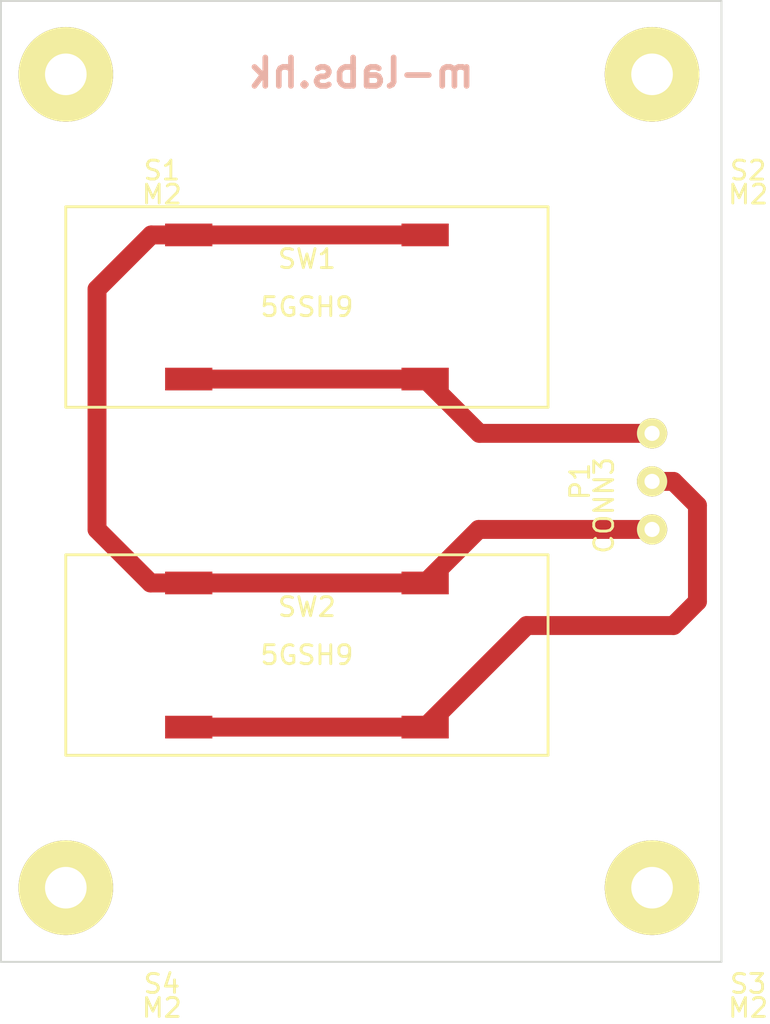
<source format=kicad_pcb>
(kicad_pcb (version 3) (host pcbnew "(2013-may-18)-stable")

  (general
    (links 8)
    (no_connects 0)
    (area 83.769999 83.769999 125.016111 138.125)
    (thickness 1.6)
    (drawings 5)
    (tracks 19)
    (zones 0)
    (modules 7)
    (nets 4)
  )

  (page A3)
  (layers
    (15 F.Cu signal)
    (0 B.Cu signal)
    (16 B.Adhes user)
    (17 F.Adhes user)
    (18 B.Paste user)
    (19 F.Paste user)
    (20 B.SilkS user)
    (21 F.SilkS user)
    (22 B.Mask user)
    (23 F.Mask user)
    (24 Dwgs.User user)
    (25 Cmts.User user)
    (26 Eco1.User user)
    (27 Eco2.User user)
    (28 Edge.Cuts user)
  )

  (setup
    (last_trace_width 1)
    (trace_clearance 0.5)
    (zone_clearance 0.508)
    (zone_45_only no)
    (trace_min 0.254)
    (segment_width 0.2)
    (edge_width 0.1)
    (via_size 0.889)
    (via_drill 0.635)
    (via_min_size 0.889)
    (via_min_drill 0.508)
    (uvia_size 0.508)
    (uvia_drill 0.127)
    (uvias_allowed no)
    (uvia_min_size 0.508)
    (uvia_min_drill 0.127)
    (pcb_text_width 0.3)
    (pcb_text_size 1.5 1.5)
    (mod_edge_width 0.15)
    (mod_text_size 1 1)
    (mod_text_width 0.15)
    (pad_size 5 5)
    (pad_drill 2.2)
    (pad_to_mask_clearance 0.2)
    (solder_mask_min_width 0.3)
    (aux_axis_origin 0 0)
    (visible_elements FFFFFFBF)
    (pcbplotparams
      (layerselection 5242880)
      (usegerberextensions true)
      (excludeedgelayer true)
      (linewidth 0.150000)
      (plotframeref false)
      (viasonmask false)
      (mode 1)
      (useauxorigin false)
      (hpglpennumber 1)
      (hpglpenspeed 20)
      (hpglpendiameter 15)
      (hpglpenoverlay 2)
      (psnegative false)
      (psa4output false)
      (plotreference false)
      (plotvalue false)
      (plotothertext true)
      (plotinvisibletext false)
      (padsonsilk false)
      (subtractmaskfromsilk false)
      (outputformat 1)
      (mirror false)
      (drillshape 0)
      (scaleselection 1)
      (outputdirectory /home/sb/M-Labs/mixxeo_mech/pcbs/btn2/gerber/))
  )

  (net 0 "")
  (net 1 N-000005)
  (net 2 N-000006)
  (net 3 N-000007)

  (net_class Default "This is the default net class."
    (clearance 0.5)
    (trace_width 1)
    (via_dia 0.889)
    (via_drill 0.635)
    (uvia_dia 0.508)
    (uvia_drill 0.127)
    (add_net "")
    (add_net N-000005)
    (add_net N-000006)
    (add_net N-000007)
  )

  (module CONN3 (layer F.Cu) (tedit 536022C0) (tstamp 53615ED0)
    (at 118.25 109.22 270)
    (path /5360221D)
    (fp_text reference P1 (at 0 3.81 270) (layer F.SilkS)
      (effects (font (size 1 1) (thickness 0.15)))
    )
    (fp_text value CONN3 (at 1.27 2.54 270) (layer F.SilkS)
      (effects (font (size 1 1) (thickness 0.15)))
    )
    (pad 1 thru_hole circle (at -2.54 0 270) (size 1.6 1.6) (drill 0.8)
      (layers *.Cu *.Mask F.SilkS)
      (net 1 N-000005)
    )
    (pad 2 thru_hole circle (at 0 0 270) (size 1.6 1.6) (drill 0.8)
      (layers *.Cu *.Mask F.SilkS)
      (net 2 N-000006)
    )
    (pad 3 thru_hole circle (at 2.54 0 270) (size 1.6 1.6) (drill 0.8)
      (layers *.Cu *.Mask F.SilkS)
      (net 3 N-000007)
    )
  )

  (module 5GSH9 (layer F.Cu) (tedit 535FE2C5) (tstamp 5360233B)
    (at 100 100)
    (path /53602159)
    (fp_text reference SW1 (at 0 -2.54) (layer F.SilkS)
      (effects (font (size 1 1) (thickness 0.15)))
    )
    (fp_text value 5GSH9 (at 0 0) (layer F.SilkS)
      (effects (font (size 1 1) (thickness 0.15)))
    )
    (fp_line (start -12.75 -5.3) (end 12.75 -5.3) (layer F.SilkS) (width 0.15))
    (fp_line (start 12.75 -5.3) (end 12.75 5.3) (layer F.SilkS) (width 0.15))
    (fp_line (start -12.75 5.3) (end 12.75 5.3) (layer F.SilkS) (width 0.15))
    (fp_line (start -12.75 -5.3) (end -12.75 5.3) (layer F.SilkS) (width 0.15))
    (pad 2 smd rect (at -6.25 -3.81) (size 2.5 1.2)
      (layers F.Cu F.Paste F.Mask)
      (net 3 N-000007)
    )
    (pad 1 smd rect (at 6.25 -3.81) (size 2.5 1.2)
      (layers F.Cu F.Paste F.Mask)
      (net 3 N-000007)
    )
    (pad 4 smd rect (at -6.25 3.81) (size 2.5 1.2)
      (layers F.Cu F.Paste F.Mask)
      (net 1 N-000005)
    )
    (pad 3 smd rect (at 6.25 3.81) (size 2.5 1.2)
      (layers F.Cu F.Paste F.Mask)
      (net 1 N-000005)
    )
  )

  (module 5GSH9 (layer F.Cu) (tedit 535FE2C5) (tstamp 53602347)
    (at 100 118.4)
    (path /53602168)
    (fp_text reference SW2 (at 0 -2.54) (layer F.SilkS)
      (effects (font (size 1 1) (thickness 0.15)))
    )
    (fp_text value 5GSH9 (at 0 0) (layer F.SilkS)
      (effects (font (size 1 1) (thickness 0.15)))
    )
    (fp_line (start -12.75 -5.3) (end 12.75 -5.3) (layer F.SilkS) (width 0.15))
    (fp_line (start 12.75 -5.3) (end 12.75 5.3) (layer F.SilkS) (width 0.15))
    (fp_line (start -12.75 5.3) (end 12.75 5.3) (layer F.SilkS) (width 0.15))
    (fp_line (start -12.75 -5.3) (end -12.75 5.3) (layer F.SilkS) (width 0.15))
    (pad 2 smd rect (at -6.25 -3.81) (size 2.5 1.2)
      (layers F.Cu F.Paste F.Mask)
      (net 3 N-000007)
    )
    (pad 1 smd rect (at 6.25 -3.81) (size 2.5 1.2)
      (layers F.Cu F.Paste F.Mask)
      (net 3 N-000007)
    )
    (pad 4 smd rect (at -6.25 3.81) (size 2.5 1.2)
      (layers F.Cu F.Paste F.Mask)
      (net 2 N-000006)
    )
    (pad 3 smd rect (at 6.25 3.81) (size 2.5 1.2)
      (layers F.Cu F.Paste F.Mask)
      (net 2 N-000006)
    )
  )

  (module M2 (layer F.Cu) (tedit 5361591D) (tstamp 53615972)
    (at 87.25 87.7)
    (path /53615857)
    (fp_text reference S1 (at 5.08 5.08) (layer F.SilkS)
      (effects (font (size 1 1) (thickness 0.15)))
    )
    (fp_text value M2 (at 5.08 6.35) (layer F.SilkS)
      (effects (font (size 1 1) (thickness 0.15)))
    )
    (pad P thru_hole circle (at 0 0) (size 5 5) (drill 2.2)
      (layers *.Cu *.Mask F.SilkS)
    )
  )

  (module M2 (layer F.Cu) (tedit 5361591D) (tstamp 53615977)
    (at 118.25 87.7)
    (path /53615866)
    (fp_text reference S2 (at 5.08 5.08) (layer F.SilkS)
      (effects (font (size 1 1) (thickness 0.15)))
    )
    (fp_text value M2 (at 5.08 6.35) (layer F.SilkS)
      (effects (font (size 1 1) (thickness 0.15)))
    )
    (pad P thru_hole circle (at 0 0) (size 5 5) (drill 2.2)
      (layers *.Cu *.Mask F.SilkS)
    )
  )

  (module M2 (layer F.Cu) (tedit 5361591D) (tstamp 53615BE1)
    (at 118.25 130.7)
    (path /53615875)
    (fp_text reference S3 (at 5.08 5.08) (layer F.SilkS)
      (effects (font (size 1 1) (thickness 0.15)))
    )
    (fp_text value M2 (at 5.08 6.35) (layer F.SilkS)
      (effects (font (size 1 1) (thickness 0.15)))
    )
    (pad P thru_hole circle (at 0 0) (size 5 5) (drill 2.2)
      (layers *.Cu *.Mask F.SilkS)
    )
  )

  (module M2 (layer F.Cu) (tedit 5361591D) (tstamp 53615981)
    (at 87.25 130.7)
    (path /53615884)
    (fp_text reference S4 (at 5.08 5.08) (layer F.SilkS)
      (effects (font (size 1 1) (thickness 0.15)))
    )
    (fp_text value M2 (at 5.08 6.35) (layer F.SilkS)
      (effects (font (size 1 1) (thickness 0.15)))
    )
    (pad P thru_hole circle (at 0 0) (size 5 5) (drill 2.2)
      (layers *.Cu *.Mask F.SilkS)
    )
  )

  (gr_text m-labs.hk (at 102.87 87.63) (layer B.SilkS)
    (effects (font (size 1.5 1.5) (thickness 0.3)) (justify mirror))
  )
  (gr_line (start 83.82 83.82) (end 121.92 83.82) (angle 90) (layer Edge.Cuts) (width 0.1))
  (gr_line (start 83.82 134.62) (end 83.82 83.82) (angle 90) (layer Edge.Cuts) (width 0.1))
  (gr_line (start 121.92 134.62) (end 83.82 134.62) (angle 90) (layer Edge.Cuts) (width 0.1))
  (gr_line (start 121.92 83.82) (end 121.92 134.62) (angle 90) (layer Edge.Cuts) (width 0.1))

  (segment (start 93.75 103.81) (end 106.25 103.81) (width 1) (layer F.Cu) (net 1))
  (segment (start 106.25 103.81) (end 109.12 106.68) (width 1) (layer F.Cu) (net 1) (tstamp 53615EFB))
  (segment (start 109.12 106.68) (end 118.25 106.68) (width 1) (layer F.Cu) (net 1) (tstamp 53615EFC))
  (segment (start 93.75 122.21) (end 106.25 122.21) (width 1) (layer F.Cu) (net 2))
  (segment (start 106.25 122.21) (end 111.62 116.84) (width 1) (layer F.Cu) (net 2) (tstamp 53615F0D))
  (segment (start 111.62 116.84) (end 119.38 116.84) (width 1) (layer F.Cu) (net 2) (tstamp 53615F0E))
  (segment (start 119.38 116.84) (end 120.65 115.57) (width 1) (layer F.Cu) (net 2) (tstamp 53615F1A))
  (segment (start 120.65 115.57) (end 120.65 110.49) (width 1) (layer F.Cu) (net 2) (tstamp 53615F1C))
  (segment (start 120.65 110.49) (end 119.38 109.22) (width 1) (layer F.Cu) (net 2) (tstamp 53615F1E))
  (segment (start 119.38 109.22) (end 118.25 109.22) (width 1) (layer F.Cu) (net 2) (tstamp 53615F20))
  (segment (start 93.75 114.59) (end 106.25 114.59) (width 1) (layer F.Cu) (net 3))
  (segment (start 106.25 114.59) (end 109.08 111.76) (width 1) (layer F.Cu) (net 3) (tstamp 53615F06))
  (segment (start 109.08 111.76) (end 118.25 111.76) (width 1) (layer F.Cu) (net 3) (tstamp 53615F07))
  (segment (start 93.75 96.19) (end 91.77 96.19) (width 1) (layer F.Cu) (net 3))
  (segment (start 91.77 96.19) (end 88.9 99.06) (width 1) (layer F.Cu) (net 3) (tstamp 53615EE1))
  (segment (start 88.9 99.06) (end 88.9 111.76) (width 1) (layer F.Cu) (net 3) (tstamp 53615EE8))
  (segment (start 88.9 111.76) (end 91.73 114.59) (width 1) (layer F.Cu) (net 3) (tstamp 53615EEF))
  (segment (start 91.73 114.59) (end 93.75 114.59) (width 1) (layer F.Cu) (net 3) (tstamp 53615EF2))
  (segment (start 93.75 96.19) (end 106.25 96.19) (width 1) (layer F.Cu) (net 3))

)

</source>
